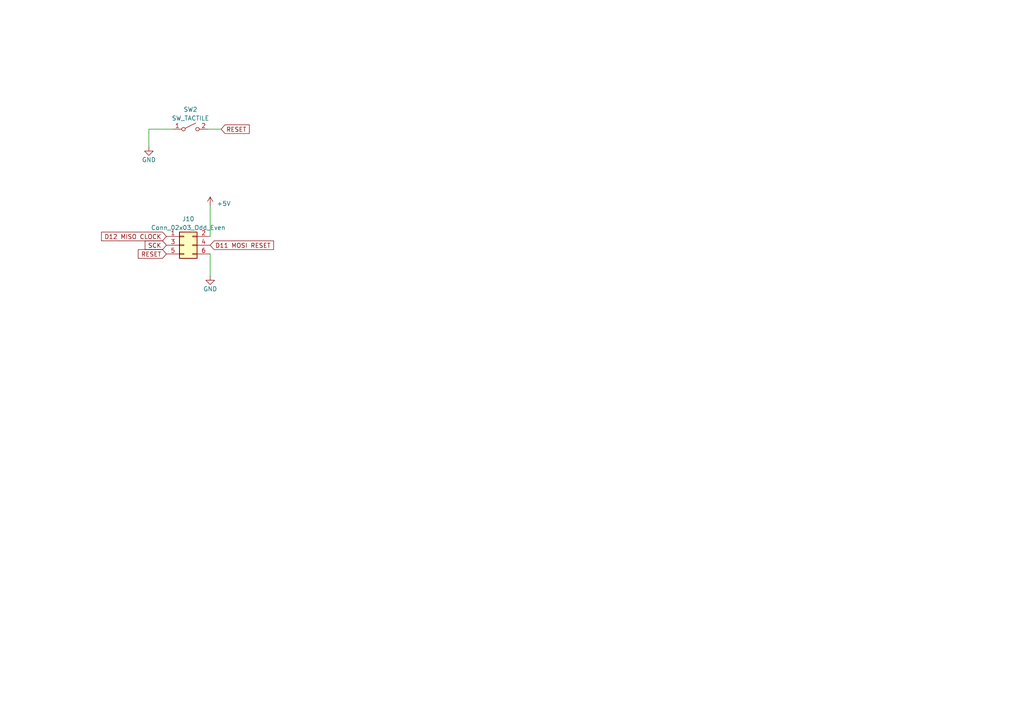
<source format=kicad_sch>
(kicad_sch
	(version 20231120)
	(generator "eeschema")
	(generator_version "8.0")
	(uuid "fe14d0f7-3b08-4127-af4e-4c488c915978")
	(paper "A4")
	(lib_symbols
		(symbol "Connector_Generic:Conn_02x03_Odd_Even"
			(pin_names
				(offset 1.016) hide)
			(exclude_from_sim no)
			(in_bom yes)
			(on_board yes)
			(property "Reference" "J"
				(at 1.27 5.08 0)
				(effects
					(font
						(size 1.27 1.27)
					)
				)
			)
			(property "Value" "Conn_02x03_Odd_Even"
				(at 1.27 -5.08 0)
				(effects
					(font
						(size 1.27 1.27)
					)
				)
			)
			(property "Footprint" ""
				(at 0 0 0)
				(effects
					(font
						(size 1.27 1.27)
					)
					(hide yes)
				)
			)
			(property "Datasheet" "~"
				(at 0 0 0)
				(effects
					(font
						(size 1.27 1.27)
					)
					(hide yes)
				)
			)
			(property "Description" "Generic connector, double row, 02x03, odd/even pin numbering scheme (row 1 odd numbers, row 2 even numbers), script generated (kicad-library-utils/schlib/autogen/connector/)"
				(at 0 0 0)
				(effects
					(font
						(size 1.27 1.27)
					)
					(hide yes)
				)
			)
			(property "ki_keywords" "connector"
				(at 0 0 0)
				(effects
					(font
						(size 1.27 1.27)
					)
					(hide yes)
				)
			)
			(property "ki_fp_filters" "Connector*:*_2x??_*"
				(at 0 0 0)
				(effects
					(font
						(size 1.27 1.27)
					)
					(hide yes)
				)
			)
			(symbol "Conn_02x03_Odd_Even_1_1"
				(rectangle
					(start -1.27 -2.413)
					(end 0 -2.667)
					(stroke
						(width 0.1524)
						(type default)
					)
					(fill
						(type none)
					)
				)
				(rectangle
					(start -1.27 0.127)
					(end 0 -0.127)
					(stroke
						(width 0.1524)
						(type default)
					)
					(fill
						(type none)
					)
				)
				(rectangle
					(start -1.27 2.667)
					(end 0 2.413)
					(stroke
						(width 0.1524)
						(type default)
					)
					(fill
						(type none)
					)
				)
				(rectangle
					(start -1.27 3.81)
					(end 3.81 -3.81)
					(stroke
						(width 0.254)
						(type default)
					)
					(fill
						(type background)
					)
				)
				(rectangle
					(start 3.81 -2.413)
					(end 2.54 -2.667)
					(stroke
						(width 0.1524)
						(type default)
					)
					(fill
						(type none)
					)
				)
				(rectangle
					(start 3.81 0.127)
					(end 2.54 -0.127)
					(stroke
						(width 0.1524)
						(type default)
					)
					(fill
						(type none)
					)
				)
				(rectangle
					(start 3.81 2.667)
					(end 2.54 2.413)
					(stroke
						(width 0.1524)
						(type default)
					)
					(fill
						(type none)
					)
				)
				(pin passive line
					(at -5.08 2.54 0)
					(length 3.81)
					(name "Pin_1"
						(effects
							(font
								(size 1.27 1.27)
							)
						)
					)
					(number "1"
						(effects
							(font
								(size 1.27 1.27)
							)
						)
					)
				)
				(pin passive line
					(at 7.62 2.54 180)
					(length 3.81)
					(name "Pin_2"
						(effects
							(font
								(size 1.27 1.27)
							)
						)
					)
					(number "2"
						(effects
							(font
								(size 1.27 1.27)
							)
						)
					)
				)
				(pin passive line
					(at -5.08 0 0)
					(length 3.81)
					(name "Pin_3"
						(effects
							(font
								(size 1.27 1.27)
							)
						)
					)
					(number "3"
						(effects
							(font
								(size 1.27 1.27)
							)
						)
					)
				)
				(pin passive line
					(at 7.62 0 180)
					(length 3.81)
					(name "Pin_4"
						(effects
							(font
								(size 1.27 1.27)
							)
						)
					)
					(number "4"
						(effects
							(font
								(size 1.27 1.27)
							)
						)
					)
				)
				(pin passive line
					(at -5.08 -2.54 0)
					(length 3.81)
					(name "Pin_5"
						(effects
							(font
								(size 1.27 1.27)
							)
						)
					)
					(number "5"
						(effects
							(font
								(size 1.27 1.27)
							)
						)
					)
				)
				(pin passive line
					(at 7.62 -2.54 180)
					(length 3.81)
					(name "Pin_6"
						(effects
							(font
								(size 1.27 1.27)
							)
						)
					)
					(number "6"
						(effects
							(font
								(size 1.27 1.27)
							)
						)
					)
				)
			)
		)
		(symbol "Switch:SW_SPST"
			(pin_names
				(offset 0) hide)
			(exclude_from_sim no)
			(in_bom yes)
			(on_board yes)
			(property "Reference" "SW"
				(at 0 3.175 0)
				(effects
					(font
						(size 1.27 1.27)
					)
				)
			)
			(property "Value" "SW_SPST"
				(at 0 -2.54 0)
				(effects
					(font
						(size 1.27 1.27)
					)
				)
			)
			(property "Footprint" ""
				(at 0 0 0)
				(effects
					(font
						(size 1.27 1.27)
					)
					(hide yes)
				)
			)
			(property "Datasheet" "~"
				(at 0 0 0)
				(effects
					(font
						(size 1.27 1.27)
					)
					(hide yes)
				)
			)
			(property "Description" "Single Pole Single Throw (SPST) switch"
				(at 0 0 0)
				(effects
					(font
						(size 1.27 1.27)
					)
					(hide yes)
				)
			)
			(property "ki_keywords" "switch lever"
				(at 0 0 0)
				(effects
					(font
						(size 1.27 1.27)
					)
					(hide yes)
				)
			)
			(symbol "SW_SPST_0_0"
				(circle
					(center -2.032 0)
					(radius 0.508)
					(stroke
						(width 0)
						(type default)
					)
					(fill
						(type none)
					)
				)
				(polyline
					(pts
						(xy -1.524 0.254) (xy 1.524 1.778)
					)
					(stroke
						(width 0)
						(type default)
					)
					(fill
						(type none)
					)
				)
				(circle
					(center 2.032 0)
					(radius 0.508)
					(stroke
						(width 0)
						(type default)
					)
					(fill
						(type none)
					)
				)
			)
			(symbol "SW_SPST_1_1"
				(pin passive line
					(at -5.08 0 0)
					(length 2.54)
					(name "A"
						(effects
							(font
								(size 1.27 1.27)
							)
						)
					)
					(number "1"
						(effects
							(font
								(size 1.27 1.27)
							)
						)
					)
				)
				(pin passive line
					(at 5.08 0 180)
					(length 2.54)
					(name "B"
						(effects
							(font
								(size 1.27 1.27)
							)
						)
					)
					(number "2"
						(effects
							(font
								(size 1.27 1.27)
							)
						)
					)
				)
			)
		)
		(symbol "power:+5V"
			(power)
			(pin_names
				(offset 0)
			)
			(exclude_from_sim no)
			(in_bom yes)
			(on_board yes)
			(property "Reference" "#PWR"
				(at 0 -3.81 0)
				(effects
					(font
						(size 1.27 1.27)
					)
					(hide yes)
				)
			)
			(property "Value" "+5V"
				(at 0 3.556 0)
				(effects
					(font
						(size 1.27 1.27)
					)
				)
			)
			(property "Footprint" ""
				(at 0 0 0)
				(effects
					(font
						(size 1.27 1.27)
					)
					(hide yes)
				)
			)
			(property "Datasheet" ""
				(at 0 0 0)
				(effects
					(font
						(size 1.27 1.27)
					)
					(hide yes)
				)
			)
			(property "Description" "Power symbol creates a global label with name \"+5V\""
				(at 0 0 0)
				(effects
					(font
						(size 1.27 1.27)
					)
					(hide yes)
				)
			)
			(property "ki_keywords" "global power"
				(at 0 0 0)
				(effects
					(font
						(size 1.27 1.27)
					)
					(hide yes)
				)
			)
			(symbol "+5V_0_1"
				(polyline
					(pts
						(xy -0.762 1.27) (xy 0 2.54)
					)
					(stroke
						(width 0)
						(type default)
					)
					(fill
						(type none)
					)
				)
				(polyline
					(pts
						(xy 0 0) (xy 0 2.54)
					)
					(stroke
						(width 0)
						(type default)
					)
					(fill
						(type none)
					)
				)
				(polyline
					(pts
						(xy 0 2.54) (xy 0.762 1.27)
					)
					(stroke
						(width 0)
						(type default)
					)
					(fill
						(type none)
					)
				)
			)
			(symbol "+5V_1_1"
				(pin power_in line
					(at 0 0 90)
					(length 0) hide
					(name "+5V"
						(effects
							(font
								(size 1.27 1.27)
							)
						)
					)
					(number "1"
						(effects
							(font
								(size 1.27 1.27)
							)
						)
					)
				)
			)
		)
		(symbol "power:GND"
			(power)
			(pin_names
				(offset 0)
			)
			(exclude_from_sim no)
			(in_bom yes)
			(on_board yes)
			(property "Reference" "#PWR"
				(at 0 -6.35 0)
				(effects
					(font
						(size 1.27 1.27)
					)
					(hide yes)
				)
			)
			(property "Value" "GND"
				(at 0 -3.81 0)
				(effects
					(font
						(size 1.27 1.27)
					)
				)
			)
			(property "Footprint" ""
				(at 0 0 0)
				(effects
					(font
						(size 1.27 1.27)
					)
					(hide yes)
				)
			)
			(property "Datasheet" ""
				(at 0 0 0)
				(effects
					(font
						(size 1.27 1.27)
					)
					(hide yes)
				)
			)
			(property "Description" "Power symbol creates a global label with name \"GND\" , ground"
				(at 0 0 0)
				(effects
					(font
						(size 1.27 1.27)
					)
					(hide yes)
				)
			)
			(property "ki_keywords" "global power"
				(at 0 0 0)
				(effects
					(font
						(size 1.27 1.27)
					)
					(hide yes)
				)
			)
			(symbol "GND_0_1"
				(polyline
					(pts
						(xy 0 0) (xy 0 -1.27) (xy 1.27 -1.27) (xy 0 -2.54) (xy -1.27 -1.27) (xy 0 -1.27)
					)
					(stroke
						(width 0)
						(type default)
					)
					(fill
						(type none)
					)
				)
			)
			(symbol "GND_1_1"
				(pin power_in line
					(at 0 0 270)
					(length 0) hide
					(name "GND"
						(effects
							(font
								(size 1.27 1.27)
							)
						)
					)
					(number "1"
						(effects
							(font
								(size 1.27 1.27)
							)
						)
					)
				)
			)
		)
	)
	(wire
		(pts
			(xy 50.165 37.465) (xy 43.18 37.465)
		)
		(stroke
			(width 0)
			(type default)
		)
		(uuid "4889117d-605a-43eb-8fea-83cdf03c0d7e")
	)
	(wire
		(pts
			(xy 60.96 80.01) (xy 60.96 73.66)
		)
		(stroke
			(width 0)
			(type default)
		)
		(uuid "5e17edef-5040-4408-8e32-f5b351032737")
	)
	(wire
		(pts
			(xy 60.325 37.465) (xy 64.135 37.465)
		)
		(stroke
			(width 0)
			(type default)
		)
		(uuid "66e515e8-6c91-4290-a18c-0809924fd79a")
	)
	(wire
		(pts
			(xy 60.96 59.69) (xy 60.96 68.58)
		)
		(stroke
			(width 0)
			(type default)
		)
		(uuid "7e962d83-e337-459e-bb29-9ddfe6d100b4")
	)
	(wire
		(pts
			(xy 43.18 37.465) (xy 43.18 42.545)
		)
		(stroke
			(width 0)
			(type default)
		)
		(uuid "7f1d1b85-3231-44a0-9d8a-78285574a563")
	)
	(global_label "D11 MOSI RESET"
		(shape input)
		(at 60.96 71.12 0)
		(fields_autoplaced yes)
		(effects
			(font
				(size 1.27 1.27)
			)
			(justify left)
		)
		(uuid "69e1cfdd-1e0b-4c56-8906-c97dd7e6dcee")
		(property "Intersheetrefs" "${INTERSHEET_REFS}"
			(at 79.8313 71.12 0)
			(effects
				(font
					(size 1.27 1.27)
				)
				(justify left)
				(hide yes)
			)
		)
	)
	(global_label "RESET"
		(shape input)
		(at 48.26 73.66 180)
		(fields_autoplaced yes)
		(effects
			(font
				(size 1.27 1.27)
			)
			(justify right)
		)
		(uuid "a738a396-7961-4293-baed-925feae3e979")
		(property "Intersheetrefs" "${INTERSHEET_REFS}"
			(at 39.6091 73.66 0)
			(effects
				(font
					(size 1.27 1.27)
				)
				(justify right)
				(hide yes)
			)
		)
	)
	(global_label "SCK"
		(shape input)
		(at 48.26 71.12 180)
		(fields_autoplaced yes)
		(effects
			(font
				(size 1.27 1.27)
			)
			(justify right)
		)
		(uuid "c58e45d8-050c-44ca-bf61-8150132090f5")
		(property "Intersheetrefs" "${INTERSHEET_REFS}"
			(at 41.6047 71.12 0)
			(effects
				(font
					(size 1.27 1.27)
				)
				(justify right)
				(hide yes)
			)
		)
	)
	(global_label "D12 MISO CLOCK"
		(shape input)
		(at 48.26 68.58 180)
		(fields_autoplaced yes)
		(effects
			(font
				(size 1.27 1.27)
			)
			(justify right)
		)
		(uuid "cd8aefe8-f6b4-492f-a497-88af0e8f4030")
		(property "Intersheetrefs" "${INTERSHEET_REFS}"
			(at 28.9652 68.58 0)
			(effects
				(font
					(size 1.27 1.27)
				)
				(justify right)
				(hide yes)
			)
		)
	)
	(global_label "RESET"
		(shape input)
		(at 64.135 37.465 0)
		(fields_autoplaced yes)
		(effects
			(font
				(size 1.27 1.27)
			)
			(justify left)
		)
		(uuid "fc203df3-ce65-4977-b9e0-8e72b9c0a024")
		(property "Intersheetrefs" "${INTERSHEET_REFS}"
			(at 72.7859 37.465 0)
			(effects
				(font
					(size 1.27 1.27)
				)
				(justify left)
				(hide yes)
			)
		)
	)
	(symbol
		(lib_id "Switch:SW_SPST")
		(at 55.245 37.465 0)
		(unit 1)
		(exclude_from_sim no)
		(in_bom yes)
		(on_board yes)
		(dnp no)
		(fields_autoplaced yes)
		(uuid "1b977be3-e6a9-4853-90fa-b3030f2c39ed")
		(property "Reference" "SW2"
			(at 55.245 31.75 0)
			(effects
				(font
					(size 1.27 1.27)
				)
			)
		)
		(property "Value" "SW_TACTILE"
			(at 55.245 34.29 0)
			(effects
				(font
					(size 1.27 1.27)
				)
			)
		)
		(property "Footprint" "Button_Switch_THT:SW_PUSH_6mm"
			(at 55.245 37.465 0)
			(effects
				(font
					(size 1.27 1.27)
				)
				(hide yes)
			)
		)
		(property "Datasheet" "~"
			(at 55.245 37.465 0)
			(effects
				(font
					(size 1.27 1.27)
				)
				(hide yes)
			)
		)
		(property "Description" ""
			(at 55.245 37.465 0)
			(effects
				(font
					(size 1.27 1.27)
				)
				(hide yes)
			)
		)
		(property "LCSC" ""
			(at 55.245 37.465 0)
			(effects
				(font
					(size 1.27 1.27)
				)
				(hide yes)
			)
		)
		(pin "1"
			(uuid "79634639-f9b4-443f-bc40-451dca380bd1")
		)
		(pin "2"
			(uuid "f10dc5f7-d767-438c-b5bf-0614aec9ec2c")
		)
		(instances
			(project "main"
				(path "/a7625807-13bd-43f0-b3ba-1a42b486b59e"
					(reference "SW2")
					(unit 1)
				)
				(path "/a7625807-13bd-43f0-b3ba-1a42b486b59e/48bbd369-d90c-4ccb-b3f6-82a8e2580128"
					(reference "SW1")
					(unit 1)
				)
			)
			(project "main"
				(path "/db482432-cf2f-4b97-9eff-7ec3f9a539fd"
					(reference "SW1")
					(unit 1)
				)
			)
		)
	)
	(symbol
		(lib_id "power:GND")
		(at 60.96 80.01 0)
		(unit 1)
		(exclude_from_sim no)
		(in_bom yes)
		(on_board yes)
		(dnp no)
		(fields_autoplaced yes)
		(uuid "3b4eddda-50b9-45a6-b914-6f7d373d5c92")
		(property "Reference" "#PWR024"
			(at 60.96 86.36 0)
			(effects
				(font
					(size 1.27 1.27)
				)
				(hide yes)
			)
		)
		(property "Value" "GND"
			(at 60.96 83.82 0)
			(effects
				(font
					(size 1.27 1.27)
				)
			)
		)
		(property "Footprint" ""
			(at 60.96 80.01 0)
			(effects
				(font
					(size 1.27 1.27)
				)
				(hide yes)
			)
		)
		(property "Datasheet" ""
			(at 60.96 80.01 0)
			(effects
				(font
					(size 1.27 1.27)
				)
				(hide yes)
			)
		)
		(property "Description" ""
			(at 60.96 80.01 0)
			(effects
				(font
					(size 1.27 1.27)
				)
				(hide yes)
			)
		)
		(pin "1"
			(uuid "4f6339aa-9362-4348-88e0-9b39c421d73d")
		)
		(instances
			(project "main"
				(path "/a7625807-13bd-43f0-b3ba-1a42b486b59e"
					(reference "#PWR024")
					(unit 1)
				)
				(path "/a7625807-13bd-43f0-b3ba-1a42b486b59e/48bbd369-d90c-4ccb-b3f6-82a8e2580128"
					(reference "#PWR0148")
					(unit 1)
				)
			)
			(project "main"
				(path "/db482432-cf2f-4b97-9eff-7ec3f9a539fd"
					(reference "#PWR012")
					(unit 1)
				)
			)
		)
	)
	(symbol
		(lib_id "power:GND")
		(at 43.18 42.545 0)
		(unit 1)
		(exclude_from_sim no)
		(in_bom yes)
		(on_board yes)
		(dnp no)
		(uuid "534c3eb7-d321-4e17-b500-f350b4b09367")
		(property "Reference" "#PWR041"
			(at 43.18 48.895 0)
			(effects
				(font
					(size 1.27 1.27)
				)
				(hide yes)
			)
		)
		(property "Value" "GND"
			(at 43.18 46.355 0)
			(effects
				(font
					(size 1.27 1.27)
				)
			)
		)
		(property "Footprint" ""
			(at 43.18 42.545 0)
			(effects
				(font
					(size 1.27 1.27)
				)
				(hide yes)
			)
		)
		(property "Datasheet" ""
			(at 43.18 42.545 0)
			(effects
				(font
					(size 1.27 1.27)
				)
				(hide yes)
			)
		)
		(property "Description" ""
			(at 43.18 42.545 0)
			(effects
				(font
					(size 1.27 1.27)
				)
				(hide yes)
			)
		)
		(pin "1"
			(uuid "1d496f66-fc96-4b54-bbb3-66577196e613")
		)
		(instances
			(project "main"
				(path "/a7625807-13bd-43f0-b3ba-1a42b486b59e"
					(reference "#PWR041")
					(unit 1)
				)
				(path "/a7625807-13bd-43f0-b3ba-1a42b486b59e/48bbd369-d90c-4ccb-b3f6-82a8e2580128"
					(reference "#PWR0147")
					(unit 1)
				)
			)
			(project "main"
				(path "/db482432-cf2f-4b97-9eff-7ec3f9a539fd"
					(reference "#PWR06")
					(unit 1)
				)
			)
		)
	)
	(symbol
		(lib_id "power:+5V")
		(at 60.96 59.69 0)
		(unit 1)
		(exclude_from_sim no)
		(in_bom yes)
		(on_board yes)
		(dnp no)
		(fields_autoplaced yes)
		(uuid "77b80e2f-a0a3-48e8-ad70-e295ab594677")
		(property "Reference" "#PWR022"
			(at 60.96 63.5 0)
			(effects
				(font
					(size 1.27 1.27)
				)
				(hide yes)
			)
		)
		(property "Value" "+5V"
			(at 62.865 59.055 0)
			(effects
				(font
					(size 1.27 1.27)
				)
				(justify left)
			)
		)
		(property "Footprint" ""
			(at 60.96 59.69 0)
			(effects
				(font
					(size 1.27 1.27)
				)
				(hide yes)
			)
		)
		(property "Datasheet" ""
			(at 60.96 59.69 0)
			(effects
				(font
					(size 1.27 1.27)
				)
				(hide yes)
			)
		)
		(property "Description" ""
			(at 60.96 59.69 0)
			(effects
				(font
					(size 1.27 1.27)
				)
				(hide yes)
			)
		)
		(pin "1"
			(uuid "30cba9c9-c2fb-49ac-961f-30dc5665e322")
		)
		(instances
			(project "main"
				(path "/a7625807-13bd-43f0-b3ba-1a42b486b59e"
					(reference "#PWR022")
					(unit 1)
				)
				(path "/a7625807-13bd-43f0-b3ba-1a42b486b59e/48bbd369-d90c-4ccb-b3f6-82a8e2580128"
					(reference "#PWR0149")
					(unit 1)
				)
			)
			(project "main"
				(path "/db482432-cf2f-4b97-9eff-7ec3f9a539fd"
					(reference "#PWR011")
					(unit 1)
				)
			)
		)
	)
	(symbol
		(lib_id "Connector_Generic:Conn_02x03_Odd_Even")
		(at 53.34 71.12 0)
		(unit 1)
		(exclude_from_sim no)
		(in_bom yes)
		(on_board yes)
		(dnp no)
		(fields_autoplaced yes)
		(uuid "96ad7b2d-1c87-43d0-91b8-83d3cfef7668")
		(property "Reference" "J10"
			(at 54.61 63.5 0)
			(effects
				(font
					(size 1.27 1.27)
				)
			)
		)
		(property "Value" "Conn_02x03_Odd_Even"
			(at 54.61 66.04 0)
			(effects
				(font
					(size 1.27 1.27)
				)
			)
		)
		(property "Footprint" "Connector_PinHeader_2.54mm:PinHeader_2x03_P2.54mm_Vertical"
			(at 53.34 71.12 0)
			(effects
				(font
					(size 1.27 1.27)
				)
				(hide yes)
			)
		)
		(property "Datasheet" "~"
			(at 53.34 71.12 0)
			(effects
				(font
					(size 1.27 1.27)
				)
				(hide yes)
			)
		)
		(property "Description" ""
			(at 53.34 71.12 0)
			(effects
				(font
					(size 1.27 1.27)
				)
				(hide yes)
			)
		)
		(property "LCSC" "C492420"
			(at 53.34 71.12 0)
			(effects
				(font
					(size 1.27 1.27)
				)
				(hide yes)
			)
		)
		(pin "1"
			(uuid "53604401-9f9d-4ab5-8961-47402e892f62")
		)
		(pin "2"
			(uuid "0f8877be-d519-45a9-8878-14cfc3109902")
		)
		(pin "3"
			(uuid "95a8fb4e-9377-4d22-b9af-1ade2a0be3d5")
		)
		(pin "4"
			(uuid "a2f8f189-63a5-4bcc-be10-3b790970ba0c")
		)
		(pin "5"
			(uuid "75d34790-6cbe-49de-8689-68b0c87abfb1")
		)
		(pin "6"
			(uuid "61cb0e4d-8b70-4b0b-ae16-cf47a4d0356d")
		)
		(instances
			(project "main"
				(path "/a7625807-13bd-43f0-b3ba-1a42b486b59e/48bbd369-d90c-4ccb-b3f6-82a8e2580128"
					(reference "J10")
					(unit 1)
				)
			)
			(project "main"
				(path "/db482432-cf2f-4b97-9eff-7ec3f9a539fd"
					(reference "J2")
					(unit 1)
				)
			)
		)
	)
)

</source>
